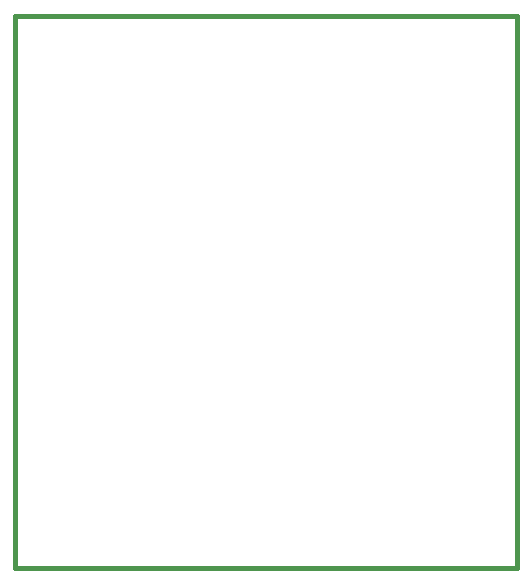
<source format=gm1>
G04 #@! TF.FileFunction,Profile,NP*
%FSLAX46Y46*%
G04 Gerber Fmt 4.6, Leading zero omitted, Abs format (unit mm)*
G04 Created by KiCad (PCBNEW 4.0.5+dfsg1-4) date Wed May 16 23:13:06 2018*
%MOMM*%
%LPD*%
G01*
G04 APERTURE LIST*
%ADD10C,0.150000*%
%ADD11C,0.381000*%
G04 APERTURE END LIST*
D10*
D11*
X109093000Y-45085000D02*
X109220000Y-45085000D01*
X109093000Y-91821000D02*
X109093000Y-45085000D01*
X109220000Y-91821000D02*
X109093000Y-91821000D01*
X151638000Y-91821000D02*
X109220000Y-91821000D01*
X151638000Y-91694000D02*
X151638000Y-91821000D01*
X151638000Y-45085000D02*
X151638000Y-91694000D01*
X151511000Y-45085000D02*
X151638000Y-45085000D01*
X109220000Y-45085000D02*
X151511000Y-45085000D01*
M02*

</source>
